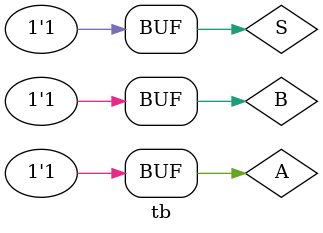
<source format=v>
module tb ();
//declaring inputs
  reg A,B,S;
//declaring outputs
 wire Y;
//instantiating the design module
    mux dut (
        .A(A),
        .B(B),
        .S(S),
        .Y(Y)
    );
//providing stimulus
    initial begin
        //test case 1
        A<=1'b0; B<=1'b0; S<=1'b0;
        #100; //delay in output
        //test case 2
        A<=1'b0; B<=1'b0; S<=1'b1;
        #100;
        //test case 3
        A<=1'b0; B<=1'b1; S<=1'b0;
        #100;
        //test case 4
        A<=1'b0; B<=1'b1; S<=1'b1;
        #100;
        //test case 5
        A<=1'b1; B<=1'b0; S<=1'b0;
        #100;
        //test case 6
        A<=1'b1; B<=1'b0; S<=1'b1;
        #100;
        //test case 7
        A<=1'b1; B<=1'b1; S<=1'b0;
        #100;
        //test case 8
        A<=1'b1; B<=1'b1; S<=1'b1;
        #100;
    end
//dump waveform
    initial begin   
        $dumpfile("mux.vcd");
        $dumpvars(0,tb); //dump all signals inside testbench
end   
endmodule            
</source>
